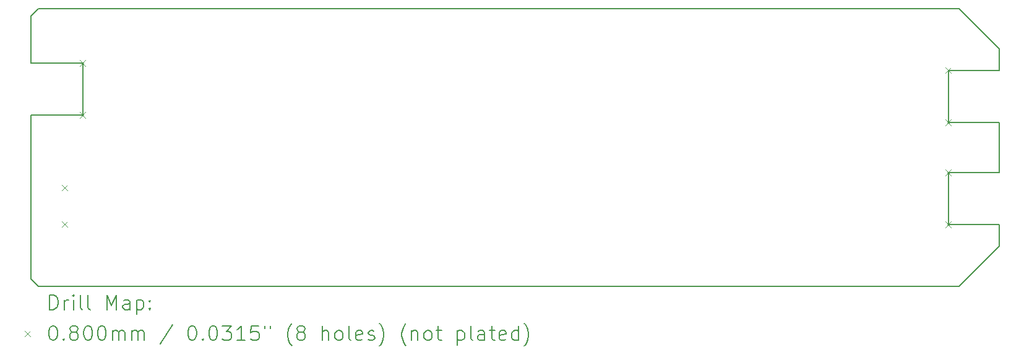
<source format=gbr>
%TF.GenerationSoftware,KiCad,Pcbnew,7.99.0-4156-g4770532511*%
%TF.CreationDate,2024-01-07T23:04:21-05:00*%
%TF.ProjectId,emfi,656d6669-2e6b-4696-9361-645f70636258,0.1*%
%TF.SameCoordinates,Original*%
%TF.FileFunction,Drillmap*%
%TF.FilePolarity,Positive*%
%FSLAX45Y45*%
G04 Gerber Fmt 4.5, Leading zero omitted, Abs format (unit mm)*
G04 Created by KiCad (PCBNEW 7.99.0-4156-g4770532511) date 2024-01-07 23:04:21*
%MOMM*%
%LPD*%
G01*
G04 APERTURE LIST*
%ADD10C,0.150000*%
%ADD11C,0.200000*%
%ADD12C,0.100000*%
G04 APERTURE END LIST*
D10*
X17550000Y-3350000D02*
X17000000Y-2800000D01*
X17000000Y-2800000D02*
X4400000Y-2800000D01*
X17550000Y-5756000D02*
X16850000Y-5756000D01*
X16850000Y-5044000D02*
X17550000Y-5044000D01*
X16850000Y-5756000D02*
X16850000Y-5044000D01*
X17550000Y-5044000D02*
X17550000Y-4356000D01*
X16850000Y-4356000D02*
X16850000Y-3644000D01*
X4300000Y-2900000D02*
X4400000Y-2800000D01*
X5005000Y-4256000D02*
X4300000Y-4256000D01*
X17550000Y-6050000D02*
X17000000Y-6600000D01*
X4400000Y-6600000D02*
X4300000Y-6500000D01*
X5005000Y-3544000D02*
X5005000Y-4256000D01*
X17550000Y-3644000D02*
X17550000Y-3350000D01*
X16850000Y-3644000D02*
X17550000Y-3644000D01*
X17000000Y-6600000D02*
X4400000Y-6600000D01*
X17550000Y-4356000D02*
X16850000Y-4356000D01*
X5005000Y-3544000D02*
X4300000Y-3544000D01*
X4300000Y-2900000D02*
X4300000Y-3544000D01*
X17550000Y-5756000D02*
X17550000Y-6050000D01*
X4300000Y-6500000D02*
X4300000Y-4256000D01*
D11*
D12*
X4720000Y-5210000D02*
X4800000Y-5290000D01*
X4800000Y-5210000D02*
X4720000Y-5290000D01*
X4720000Y-5710000D02*
X4800000Y-5790000D01*
X4800000Y-5710000D02*
X4720000Y-5790000D01*
X4965000Y-3504000D02*
X5045000Y-3584000D01*
X5045000Y-3504000D02*
X4965000Y-3584000D01*
X4965000Y-4216000D02*
X5045000Y-4296000D01*
X5045000Y-4216000D02*
X4965000Y-4296000D01*
X16810000Y-3604000D02*
X16890000Y-3684000D01*
X16890000Y-3604000D02*
X16810000Y-3684000D01*
X16810000Y-4316000D02*
X16890000Y-4396000D01*
X16890000Y-4316000D02*
X16810000Y-4396000D01*
X16810000Y-5004000D02*
X16890000Y-5084000D01*
X16890000Y-5004000D02*
X16810000Y-5084000D01*
X16810000Y-5716000D02*
X16890000Y-5796000D01*
X16890000Y-5716000D02*
X16810000Y-5796000D01*
D11*
X4553277Y-6918984D02*
X4553277Y-6718984D01*
X4553277Y-6718984D02*
X4600896Y-6718984D01*
X4600896Y-6718984D02*
X4629467Y-6728508D01*
X4629467Y-6728508D02*
X4648515Y-6747555D01*
X4648515Y-6747555D02*
X4658039Y-6766603D01*
X4658039Y-6766603D02*
X4667563Y-6804698D01*
X4667563Y-6804698D02*
X4667563Y-6833269D01*
X4667563Y-6833269D02*
X4658039Y-6871365D01*
X4658039Y-6871365D02*
X4648515Y-6890412D01*
X4648515Y-6890412D02*
X4629467Y-6909460D01*
X4629467Y-6909460D02*
X4600896Y-6918984D01*
X4600896Y-6918984D02*
X4553277Y-6918984D01*
X4753277Y-6918984D02*
X4753277Y-6785650D01*
X4753277Y-6823746D02*
X4762801Y-6804698D01*
X4762801Y-6804698D02*
X4772324Y-6795174D01*
X4772324Y-6795174D02*
X4791372Y-6785650D01*
X4791372Y-6785650D02*
X4810420Y-6785650D01*
X4877086Y-6918984D02*
X4877086Y-6785650D01*
X4877086Y-6718984D02*
X4867563Y-6728508D01*
X4867563Y-6728508D02*
X4877086Y-6738031D01*
X4877086Y-6738031D02*
X4886610Y-6728508D01*
X4886610Y-6728508D02*
X4877086Y-6718984D01*
X4877086Y-6718984D02*
X4877086Y-6738031D01*
X5000896Y-6918984D02*
X4981848Y-6909460D01*
X4981848Y-6909460D02*
X4972324Y-6890412D01*
X4972324Y-6890412D02*
X4972324Y-6718984D01*
X5105658Y-6918984D02*
X5086610Y-6909460D01*
X5086610Y-6909460D02*
X5077086Y-6890412D01*
X5077086Y-6890412D02*
X5077086Y-6718984D01*
X5334229Y-6918984D02*
X5334229Y-6718984D01*
X5334229Y-6718984D02*
X5400896Y-6861841D01*
X5400896Y-6861841D02*
X5467563Y-6718984D01*
X5467563Y-6718984D02*
X5467563Y-6918984D01*
X5648515Y-6918984D02*
X5648515Y-6814222D01*
X5648515Y-6814222D02*
X5638991Y-6795174D01*
X5638991Y-6795174D02*
X5619943Y-6785650D01*
X5619943Y-6785650D02*
X5581848Y-6785650D01*
X5581848Y-6785650D02*
X5562801Y-6795174D01*
X5648515Y-6909460D02*
X5629467Y-6918984D01*
X5629467Y-6918984D02*
X5581848Y-6918984D01*
X5581848Y-6918984D02*
X5562801Y-6909460D01*
X5562801Y-6909460D02*
X5553277Y-6890412D01*
X5553277Y-6890412D02*
X5553277Y-6871365D01*
X5553277Y-6871365D02*
X5562801Y-6852317D01*
X5562801Y-6852317D02*
X5581848Y-6842793D01*
X5581848Y-6842793D02*
X5629467Y-6842793D01*
X5629467Y-6842793D02*
X5648515Y-6833269D01*
X5743753Y-6785650D02*
X5743753Y-6985650D01*
X5743753Y-6795174D02*
X5762801Y-6785650D01*
X5762801Y-6785650D02*
X5800896Y-6785650D01*
X5800896Y-6785650D02*
X5819943Y-6795174D01*
X5819943Y-6795174D02*
X5829467Y-6804698D01*
X5829467Y-6804698D02*
X5838991Y-6823746D01*
X5838991Y-6823746D02*
X5838991Y-6880888D01*
X5838991Y-6880888D02*
X5829467Y-6899936D01*
X5829467Y-6899936D02*
X5819943Y-6909460D01*
X5819943Y-6909460D02*
X5800896Y-6918984D01*
X5800896Y-6918984D02*
X5762801Y-6918984D01*
X5762801Y-6918984D02*
X5743753Y-6909460D01*
X5924705Y-6899936D02*
X5934229Y-6909460D01*
X5934229Y-6909460D02*
X5924705Y-6918984D01*
X5924705Y-6918984D02*
X5915182Y-6909460D01*
X5915182Y-6909460D02*
X5924705Y-6899936D01*
X5924705Y-6899936D02*
X5924705Y-6918984D01*
X5924705Y-6795174D02*
X5934229Y-6804698D01*
X5934229Y-6804698D02*
X5924705Y-6814222D01*
X5924705Y-6814222D02*
X5915182Y-6804698D01*
X5915182Y-6804698D02*
X5924705Y-6795174D01*
X5924705Y-6795174D02*
X5924705Y-6814222D01*
D12*
X4212500Y-7207500D02*
X4292500Y-7287500D01*
X4292500Y-7207500D02*
X4212500Y-7287500D01*
D11*
X4591372Y-7138984D02*
X4610420Y-7138984D01*
X4610420Y-7138984D02*
X4629467Y-7148508D01*
X4629467Y-7148508D02*
X4638991Y-7158031D01*
X4638991Y-7158031D02*
X4648515Y-7177079D01*
X4648515Y-7177079D02*
X4658039Y-7215174D01*
X4658039Y-7215174D02*
X4658039Y-7262793D01*
X4658039Y-7262793D02*
X4648515Y-7300888D01*
X4648515Y-7300888D02*
X4638991Y-7319936D01*
X4638991Y-7319936D02*
X4629467Y-7329460D01*
X4629467Y-7329460D02*
X4610420Y-7338984D01*
X4610420Y-7338984D02*
X4591372Y-7338984D01*
X4591372Y-7338984D02*
X4572324Y-7329460D01*
X4572324Y-7329460D02*
X4562801Y-7319936D01*
X4562801Y-7319936D02*
X4553277Y-7300888D01*
X4553277Y-7300888D02*
X4543753Y-7262793D01*
X4543753Y-7262793D02*
X4543753Y-7215174D01*
X4543753Y-7215174D02*
X4553277Y-7177079D01*
X4553277Y-7177079D02*
X4562801Y-7158031D01*
X4562801Y-7158031D02*
X4572324Y-7148508D01*
X4572324Y-7148508D02*
X4591372Y-7138984D01*
X4743753Y-7319936D02*
X4753277Y-7329460D01*
X4753277Y-7329460D02*
X4743753Y-7338984D01*
X4743753Y-7338984D02*
X4734229Y-7329460D01*
X4734229Y-7329460D02*
X4743753Y-7319936D01*
X4743753Y-7319936D02*
X4743753Y-7338984D01*
X4867563Y-7224698D02*
X4848515Y-7215174D01*
X4848515Y-7215174D02*
X4838991Y-7205650D01*
X4838991Y-7205650D02*
X4829467Y-7186603D01*
X4829467Y-7186603D02*
X4829467Y-7177079D01*
X4829467Y-7177079D02*
X4838991Y-7158031D01*
X4838991Y-7158031D02*
X4848515Y-7148508D01*
X4848515Y-7148508D02*
X4867563Y-7138984D01*
X4867563Y-7138984D02*
X4905658Y-7138984D01*
X4905658Y-7138984D02*
X4924705Y-7148508D01*
X4924705Y-7148508D02*
X4934229Y-7158031D01*
X4934229Y-7158031D02*
X4943753Y-7177079D01*
X4943753Y-7177079D02*
X4943753Y-7186603D01*
X4943753Y-7186603D02*
X4934229Y-7205650D01*
X4934229Y-7205650D02*
X4924705Y-7215174D01*
X4924705Y-7215174D02*
X4905658Y-7224698D01*
X4905658Y-7224698D02*
X4867563Y-7224698D01*
X4867563Y-7224698D02*
X4848515Y-7234222D01*
X4848515Y-7234222D02*
X4838991Y-7243746D01*
X4838991Y-7243746D02*
X4829467Y-7262793D01*
X4829467Y-7262793D02*
X4829467Y-7300888D01*
X4829467Y-7300888D02*
X4838991Y-7319936D01*
X4838991Y-7319936D02*
X4848515Y-7329460D01*
X4848515Y-7329460D02*
X4867563Y-7338984D01*
X4867563Y-7338984D02*
X4905658Y-7338984D01*
X4905658Y-7338984D02*
X4924705Y-7329460D01*
X4924705Y-7329460D02*
X4934229Y-7319936D01*
X4934229Y-7319936D02*
X4943753Y-7300888D01*
X4943753Y-7300888D02*
X4943753Y-7262793D01*
X4943753Y-7262793D02*
X4934229Y-7243746D01*
X4934229Y-7243746D02*
X4924705Y-7234222D01*
X4924705Y-7234222D02*
X4905658Y-7224698D01*
X5067563Y-7138984D02*
X5086610Y-7138984D01*
X5086610Y-7138984D02*
X5105658Y-7148508D01*
X5105658Y-7148508D02*
X5115182Y-7158031D01*
X5115182Y-7158031D02*
X5124705Y-7177079D01*
X5124705Y-7177079D02*
X5134229Y-7215174D01*
X5134229Y-7215174D02*
X5134229Y-7262793D01*
X5134229Y-7262793D02*
X5124705Y-7300888D01*
X5124705Y-7300888D02*
X5115182Y-7319936D01*
X5115182Y-7319936D02*
X5105658Y-7329460D01*
X5105658Y-7329460D02*
X5086610Y-7338984D01*
X5086610Y-7338984D02*
X5067563Y-7338984D01*
X5067563Y-7338984D02*
X5048515Y-7329460D01*
X5048515Y-7329460D02*
X5038991Y-7319936D01*
X5038991Y-7319936D02*
X5029467Y-7300888D01*
X5029467Y-7300888D02*
X5019944Y-7262793D01*
X5019944Y-7262793D02*
X5019944Y-7215174D01*
X5019944Y-7215174D02*
X5029467Y-7177079D01*
X5029467Y-7177079D02*
X5038991Y-7158031D01*
X5038991Y-7158031D02*
X5048515Y-7148508D01*
X5048515Y-7148508D02*
X5067563Y-7138984D01*
X5258039Y-7138984D02*
X5277086Y-7138984D01*
X5277086Y-7138984D02*
X5296134Y-7148508D01*
X5296134Y-7148508D02*
X5305658Y-7158031D01*
X5305658Y-7158031D02*
X5315182Y-7177079D01*
X5315182Y-7177079D02*
X5324705Y-7215174D01*
X5324705Y-7215174D02*
X5324705Y-7262793D01*
X5324705Y-7262793D02*
X5315182Y-7300888D01*
X5315182Y-7300888D02*
X5305658Y-7319936D01*
X5305658Y-7319936D02*
X5296134Y-7329460D01*
X5296134Y-7329460D02*
X5277086Y-7338984D01*
X5277086Y-7338984D02*
X5258039Y-7338984D01*
X5258039Y-7338984D02*
X5238991Y-7329460D01*
X5238991Y-7329460D02*
X5229467Y-7319936D01*
X5229467Y-7319936D02*
X5219944Y-7300888D01*
X5219944Y-7300888D02*
X5210420Y-7262793D01*
X5210420Y-7262793D02*
X5210420Y-7215174D01*
X5210420Y-7215174D02*
X5219944Y-7177079D01*
X5219944Y-7177079D02*
X5229467Y-7158031D01*
X5229467Y-7158031D02*
X5238991Y-7148508D01*
X5238991Y-7148508D02*
X5258039Y-7138984D01*
X5410420Y-7338984D02*
X5410420Y-7205650D01*
X5410420Y-7224698D02*
X5419944Y-7215174D01*
X5419944Y-7215174D02*
X5438991Y-7205650D01*
X5438991Y-7205650D02*
X5467563Y-7205650D01*
X5467563Y-7205650D02*
X5486610Y-7215174D01*
X5486610Y-7215174D02*
X5496134Y-7234222D01*
X5496134Y-7234222D02*
X5496134Y-7338984D01*
X5496134Y-7234222D02*
X5505658Y-7215174D01*
X5505658Y-7215174D02*
X5524705Y-7205650D01*
X5524705Y-7205650D02*
X5553277Y-7205650D01*
X5553277Y-7205650D02*
X5572325Y-7215174D01*
X5572325Y-7215174D02*
X5581848Y-7234222D01*
X5581848Y-7234222D02*
X5581848Y-7338984D01*
X5677086Y-7338984D02*
X5677086Y-7205650D01*
X5677086Y-7224698D02*
X5686610Y-7215174D01*
X5686610Y-7215174D02*
X5705658Y-7205650D01*
X5705658Y-7205650D02*
X5734229Y-7205650D01*
X5734229Y-7205650D02*
X5753277Y-7215174D01*
X5753277Y-7215174D02*
X5762801Y-7234222D01*
X5762801Y-7234222D02*
X5762801Y-7338984D01*
X5762801Y-7234222D02*
X5772324Y-7215174D01*
X5772324Y-7215174D02*
X5791372Y-7205650D01*
X5791372Y-7205650D02*
X5819943Y-7205650D01*
X5819943Y-7205650D02*
X5838991Y-7215174D01*
X5838991Y-7215174D02*
X5848515Y-7234222D01*
X5848515Y-7234222D02*
X5848515Y-7338984D01*
X6238991Y-7129460D02*
X6067563Y-7386603D01*
X6496134Y-7138984D02*
X6515182Y-7138984D01*
X6515182Y-7138984D02*
X6534229Y-7148508D01*
X6534229Y-7148508D02*
X6543753Y-7158031D01*
X6543753Y-7158031D02*
X6553277Y-7177079D01*
X6553277Y-7177079D02*
X6562801Y-7215174D01*
X6562801Y-7215174D02*
X6562801Y-7262793D01*
X6562801Y-7262793D02*
X6553277Y-7300888D01*
X6553277Y-7300888D02*
X6543753Y-7319936D01*
X6543753Y-7319936D02*
X6534229Y-7329460D01*
X6534229Y-7329460D02*
X6515182Y-7338984D01*
X6515182Y-7338984D02*
X6496134Y-7338984D01*
X6496134Y-7338984D02*
X6477086Y-7329460D01*
X6477086Y-7329460D02*
X6467563Y-7319936D01*
X6467563Y-7319936D02*
X6458039Y-7300888D01*
X6458039Y-7300888D02*
X6448515Y-7262793D01*
X6448515Y-7262793D02*
X6448515Y-7215174D01*
X6448515Y-7215174D02*
X6458039Y-7177079D01*
X6458039Y-7177079D02*
X6467563Y-7158031D01*
X6467563Y-7158031D02*
X6477086Y-7148508D01*
X6477086Y-7148508D02*
X6496134Y-7138984D01*
X6648515Y-7319936D02*
X6658039Y-7329460D01*
X6658039Y-7329460D02*
X6648515Y-7338984D01*
X6648515Y-7338984D02*
X6638991Y-7329460D01*
X6638991Y-7329460D02*
X6648515Y-7319936D01*
X6648515Y-7319936D02*
X6648515Y-7338984D01*
X6781848Y-7138984D02*
X6800896Y-7138984D01*
X6800896Y-7138984D02*
X6819944Y-7148508D01*
X6819944Y-7148508D02*
X6829467Y-7158031D01*
X6829467Y-7158031D02*
X6838991Y-7177079D01*
X6838991Y-7177079D02*
X6848515Y-7215174D01*
X6848515Y-7215174D02*
X6848515Y-7262793D01*
X6848515Y-7262793D02*
X6838991Y-7300888D01*
X6838991Y-7300888D02*
X6829467Y-7319936D01*
X6829467Y-7319936D02*
X6819944Y-7329460D01*
X6819944Y-7329460D02*
X6800896Y-7338984D01*
X6800896Y-7338984D02*
X6781848Y-7338984D01*
X6781848Y-7338984D02*
X6762801Y-7329460D01*
X6762801Y-7329460D02*
X6753277Y-7319936D01*
X6753277Y-7319936D02*
X6743753Y-7300888D01*
X6743753Y-7300888D02*
X6734229Y-7262793D01*
X6734229Y-7262793D02*
X6734229Y-7215174D01*
X6734229Y-7215174D02*
X6743753Y-7177079D01*
X6743753Y-7177079D02*
X6753277Y-7158031D01*
X6753277Y-7158031D02*
X6762801Y-7148508D01*
X6762801Y-7148508D02*
X6781848Y-7138984D01*
X6915182Y-7138984D02*
X7038991Y-7138984D01*
X7038991Y-7138984D02*
X6972325Y-7215174D01*
X6972325Y-7215174D02*
X7000896Y-7215174D01*
X7000896Y-7215174D02*
X7019944Y-7224698D01*
X7019944Y-7224698D02*
X7029467Y-7234222D01*
X7029467Y-7234222D02*
X7038991Y-7253269D01*
X7038991Y-7253269D02*
X7038991Y-7300888D01*
X7038991Y-7300888D02*
X7029467Y-7319936D01*
X7029467Y-7319936D02*
X7019944Y-7329460D01*
X7019944Y-7329460D02*
X7000896Y-7338984D01*
X7000896Y-7338984D02*
X6943753Y-7338984D01*
X6943753Y-7338984D02*
X6924706Y-7329460D01*
X6924706Y-7329460D02*
X6915182Y-7319936D01*
X7229467Y-7338984D02*
X7115182Y-7338984D01*
X7172325Y-7338984D02*
X7172325Y-7138984D01*
X7172325Y-7138984D02*
X7153277Y-7167555D01*
X7153277Y-7167555D02*
X7134229Y-7186603D01*
X7134229Y-7186603D02*
X7115182Y-7196127D01*
X7410420Y-7138984D02*
X7315182Y-7138984D01*
X7315182Y-7138984D02*
X7305658Y-7234222D01*
X7305658Y-7234222D02*
X7315182Y-7224698D01*
X7315182Y-7224698D02*
X7334229Y-7215174D01*
X7334229Y-7215174D02*
X7381848Y-7215174D01*
X7381848Y-7215174D02*
X7400896Y-7224698D01*
X7400896Y-7224698D02*
X7410420Y-7234222D01*
X7410420Y-7234222D02*
X7419944Y-7253269D01*
X7419944Y-7253269D02*
X7419944Y-7300888D01*
X7419944Y-7300888D02*
X7410420Y-7319936D01*
X7410420Y-7319936D02*
X7400896Y-7329460D01*
X7400896Y-7329460D02*
X7381848Y-7338984D01*
X7381848Y-7338984D02*
X7334229Y-7338984D01*
X7334229Y-7338984D02*
X7315182Y-7329460D01*
X7315182Y-7329460D02*
X7305658Y-7319936D01*
X7496134Y-7138984D02*
X7496134Y-7177079D01*
X7572325Y-7138984D02*
X7572325Y-7177079D01*
X7867563Y-7415174D02*
X7858039Y-7405650D01*
X7858039Y-7405650D02*
X7838991Y-7377079D01*
X7838991Y-7377079D02*
X7829468Y-7358031D01*
X7829468Y-7358031D02*
X7819944Y-7329460D01*
X7819944Y-7329460D02*
X7810420Y-7281841D01*
X7810420Y-7281841D02*
X7810420Y-7243746D01*
X7810420Y-7243746D02*
X7819944Y-7196127D01*
X7819944Y-7196127D02*
X7829468Y-7167555D01*
X7829468Y-7167555D02*
X7838991Y-7148508D01*
X7838991Y-7148508D02*
X7858039Y-7119936D01*
X7858039Y-7119936D02*
X7867563Y-7110412D01*
X7972325Y-7224698D02*
X7953277Y-7215174D01*
X7953277Y-7215174D02*
X7943753Y-7205650D01*
X7943753Y-7205650D02*
X7934229Y-7186603D01*
X7934229Y-7186603D02*
X7934229Y-7177079D01*
X7934229Y-7177079D02*
X7943753Y-7158031D01*
X7943753Y-7158031D02*
X7953277Y-7148508D01*
X7953277Y-7148508D02*
X7972325Y-7138984D01*
X7972325Y-7138984D02*
X8010420Y-7138984D01*
X8010420Y-7138984D02*
X8029468Y-7148508D01*
X8029468Y-7148508D02*
X8038991Y-7158031D01*
X8038991Y-7158031D02*
X8048515Y-7177079D01*
X8048515Y-7177079D02*
X8048515Y-7186603D01*
X8048515Y-7186603D02*
X8038991Y-7205650D01*
X8038991Y-7205650D02*
X8029468Y-7215174D01*
X8029468Y-7215174D02*
X8010420Y-7224698D01*
X8010420Y-7224698D02*
X7972325Y-7224698D01*
X7972325Y-7224698D02*
X7953277Y-7234222D01*
X7953277Y-7234222D02*
X7943753Y-7243746D01*
X7943753Y-7243746D02*
X7934229Y-7262793D01*
X7934229Y-7262793D02*
X7934229Y-7300888D01*
X7934229Y-7300888D02*
X7943753Y-7319936D01*
X7943753Y-7319936D02*
X7953277Y-7329460D01*
X7953277Y-7329460D02*
X7972325Y-7338984D01*
X7972325Y-7338984D02*
X8010420Y-7338984D01*
X8010420Y-7338984D02*
X8029468Y-7329460D01*
X8029468Y-7329460D02*
X8038991Y-7319936D01*
X8038991Y-7319936D02*
X8048515Y-7300888D01*
X8048515Y-7300888D02*
X8048515Y-7262793D01*
X8048515Y-7262793D02*
X8038991Y-7243746D01*
X8038991Y-7243746D02*
X8029468Y-7234222D01*
X8029468Y-7234222D02*
X8010420Y-7224698D01*
X8286610Y-7338984D02*
X8286610Y-7138984D01*
X8372325Y-7338984D02*
X8372325Y-7234222D01*
X8372325Y-7234222D02*
X8362801Y-7215174D01*
X8362801Y-7215174D02*
X8343753Y-7205650D01*
X8343753Y-7205650D02*
X8315182Y-7205650D01*
X8315182Y-7205650D02*
X8296134Y-7215174D01*
X8296134Y-7215174D02*
X8286610Y-7224698D01*
X8496134Y-7338984D02*
X8477087Y-7329460D01*
X8477087Y-7329460D02*
X8467563Y-7319936D01*
X8467563Y-7319936D02*
X8458039Y-7300888D01*
X8458039Y-7300888D02*
X8458039Y-7243746D01*
X8458039Y-7243746D02*
X8467563Y-7224698D01*
X8467563Y-7224698D02*
X8477087Y-7215174D01*
X8477087Y-7215174D02*
X8496134Y-7205650D01*
X8496134Y-7205650D02*
X8524706Y-7205650D01*
X8524706Y-7205650D02*
X8543753Y-7215174D01*
X8543753Y-7215174D02*
X8553277Y-7224698D01*
X8553277Y-7224698D02*
X8562801Y-7243746D01*
X8562801Y-7243746D02*
X8562801Y-7300888D01*
X8562801Y-7300888D02*
X8553277Y-7319936D01*
X8553277Y-7319936D02*
X8543753Y-7329460D01*
X8543753Y-7329460D02*
X8524706Y-7338984D01*
X8524706Y-7338984D02*
X8496134Y-7338984D01*
X8677087Y-7338984D02*
X8658039Y-7329460D01*
X8658039Y-7329460D02*
X8648515Y-7310412D01*
X8648515Y-7310412D02*
X8648515Y-7138984D01*
X8829468Y-7329460D02*
X8810420Y-7338984D01*
X8810420Y-7338984D02*
X8772325Y-7338984D01*
X8772325Y-7338984D02*
X8753277Y-7329460D01*
X8753277Y-7329460D02*
X8743753Y-7310412D01*
X8743753Y-7310412D02*
X8743753Y-7234222D01*
X8743753Y-7234222D02*
X8753277Y-7215174D01*
X8753277Y-7215174D02*
X8772325Y-7205650D01*
X8772325Y-7205650D02*
X8810420Y-7205650D01*
X8810420Y-7205650D02*
X8829468Y-7215174D01*
X8829468Y-7215174D02*
X8838992Y-7234222D01*
X8838992Y-7234222D02*
X8838992Y-7253269D01*
X8838992Y-7253269D02*
X8743753Y-7272317D01*
X8915182Y-7329460D02*
X8934230Y-7338984D01*
X8934230Y-7338984D02*
X8972325Y-7338984D01*
X8972325Y-7338984D02*
X8991373Y-7329460D01*
X8991373Y-7329460D02*
X9000896Y-7310412D01*
X9000896Y-7310412D02*
X9000896Y-7300888D01*
X9000896Y-7300888D02*
X8991373Y-7281841D01*
X8991373Y-7281841D02*
X8972325Y-7272317D01*
X8972325Y-7272317D02*
X8943753Y-7272317D01*
X8943753Y-7272317D02*
X8924706Y-7262793D01*
X8924706Y-7262793D02*
X8915182Y-7243746D01*
X8915182Y-7243746D02*
X8915182Y-7234222D01*
X8915182Y-7234222D02*
X8924706Y-7215174D01*
X8924706Y-7215174D02*
X8943753Y-7205650D01*
X8943753Y-7205650D02*
X8972325Y-7205650D01*
X8972325Y-7205650D02*
X8991373Y-7215174D01*
X9067563Y-7415174D02*
X9077087Y-7405650D01*
X9077087Y-7405650D02*
X9096134Y-7377079D01*
X9096134Y-7377079D02*
X9105658Y-7358031D01*
X9105658Y-7358031D02*
X9115182Y-7329460D01*
X9115182Y-7329460D02*
X9124706Y-7281841D01*
X9124706Y-7281841D02*
X9124706Y-7243746D01*
X9124706Y-7243746D02*
X9115182Y-7196127D01*
X9115182Y-7196127D02*
X9105658Y-7167555D01*
X9105658Y-7167555D02*
X9096134Y-7148508D01*
X9096134Y-7148508D02*
X9077087Y-7119936D01*
X9077087Y-7119936D02*
X9067563Y-7110412D01*
X9429468Y-7415174D02*
X9419944Y-7405650D01*
X9419944Y-7405650D02*
X9400896Y-7377079D01*
X9400896Y-7377079D02*
X9391373Y-7358031D01*
X9391373Y-7358031D02*
X9381849Y-7329460D01*
X9381849Y-7329460D02*
X9372325Y-7281841D01*
X9372325Y-7281841D02*
X9372325Y-7243746D01*
X9372325Y-7243746D02*
X9381849Y-7196127D01*
X9381849Y-7196127D02*
X9391373Y-7167555D01*
X9391373Y-7167555D02*
X9400896Y-7148508D01*
X9400896Y-7148508D02*
X9419944Y-7119936D01*
X9419944Y-7119936D02*
X9429468Y-7110412D01*
X9505658Y-7205650D02*
X9505658Y-7338984D01*
X9505658Y-7224698D02*
X9515182Y-7215174D01*
X9515182Y-7215174D02*
X9534230Y-7205650D01*
X9534230Y-7205650D02*
X9562801Y-7205650D01*
X9562801Y-7205650D02*
X9581849Y-7215174D01*
X9581849Y-7215174D02*
X9591373Y-7234222D01*
X9591373Y-7234222D02*
X9591373Y-7338984D01*
X9715182Y-7338984D02*
X9696134Y-7329460D01*
X9696134Y-7329460D02*
X9686611Y-7319936D01*
X9686611Y-7319936D02*
X9677087Y-7300888D01*
X9677087Y-7300888D02*
X9677087Y-7243746D01*
X9677087Y-7243746D02*
X9686611Y-7224698D01*
X9686611Y-7224698D02*
X9696134Y-7215174D01*
X9696134Y-7215174D02*
X9715182Y-7205650D01*
X9715182Y-7205650D02*
X9743754Y-7205650D01*
X9743754Y-7205650D02*
X9762801Y-7215174D01*
X9762801Y-7215174D02*
X9772325Y-7224698D01*
X9772325Y-7224698D02*
X9781849Y-7243746D01*
X9781849Y-7243746D02*
X9781849Y-7300888D01*
X9781849Y-7300888D02*
X9772325Y-7319936D01*
X9772325Y-7319936D02*
X9762801Y-7329460D01*
X9762801Y-7329460D02*
X9743754Y-7338984D01*
X9743754Y-7338984D02*
X9715182Y-7338984D01*
X9838992Y-7205650D02*
X9915182Y-7205650D01*
X9867563Y-7138984D02*
X9867563Y-7310412D01*
X9867563Y-7310412D02*
X9877087Y-7329460D01*
X9877087Y-7329460D02*
X9896134Y-7338984D01*
X9896134Y-7338984D02*
X9915182Y-7338984D01*
X10134230Y-7205650D02*
X10134230Y-7405650D01*
X10134230Y-7215174D02*
X10153277Y-7205650D01*
X10153277Y-7205650D02*
X10191373Y-7205650D01*
X10191373Y-7205650D02*
X10210420Y-7215174D01*
X10210420Y-7215174D02*
X10219944Y-7224698D01*
X10219944Y-7224698D02*
X10229468Y-7243746D01*
X10229468Y-7243746D02*
X10229468Y-7300888D01*
X10229468Y-7300888D02*
X10219944Y-7319936D01*
X10219944Y-7319936D02*
X10210420Y-7329460D01*
X10210420Y-7329460D02*
X10191373Y-7338984D01*
X10191373Y-7338984D02*
X10153277Y-7338984D01*
X10153277Y-7338984D02*
X10134230Y-7329460D01*
X10343754Y-7338984D02*
X10324706Y-7329460D01*
X10324706Y-7329460D02*
X10315182Y-7310412D01*
X10315182Y-7310412D02*
X10315182Y-7138984D01*
X10505658Y-7338984D02*
X10505658Y-7234222D01*
X10505658Y-7234222D02*
X10496135Y-7215174D01*
X10496135Y-7215174D02*
X10477087Y-7205650D01*
X10477087Y-7205650D02*
X10438992Y-7205650D01*
X10438992Y-7205650D02*
X10419944Y-7215174D01*
X10505658Y-7329460D02*
X10486611Y-7338984D01*
X10486611Y-7338984D02*
X10438992Y-7338984D01*
X10438992Y-7338984D02*
X10419944Y-7329460D01*
X10419944Y-7329460D02*
X10410420Y-7310412D01*
X10410420Y-7310412D02*
X10410420Y-7291365D01*
X10410420Y-7291365D02*
X10419944Y-7272317D01*
X10419944Y-7272317D02*
X10438992Y-7262793D01*
X10438992Y-7262793D02*
X10486611Y-7262793D01*
X10486611Y-7262793D02*
X10505658Y-7253269D01*
X10572325Y-7205650D02*
X10648515Y-7205650D01*
X10600896Y-7138984D02*
X10600896Y-7310412D01*
X10600896Y-7310412D02*
X10610420Y-7329460D01*
X10610420Y-7329460D02*
X10629468Y-7338984D01*
X10629468Y-7338984D02*
X10648515Y-7338984D01*
X10791373Y-7329460D02*
X10772325Y-7338984D01*
X10772325Y-7338984D02*
X10734230Y-7338984D01*
X10734230Y-7338984D02*
X10715182Y-7329460D01*
X10715182Y-7329460D02*
X10705658Y-7310412D01*
X10705658Y-7310412D02*
X10705658Y-7234222D01*
X10705658Y-7234222D02*
X10715182Y-7215174D01*
X10715182Y-7215174D02*
X10734230Y-7205650D01*
X10734230Y-7205650D02*
X10772325Y-7205650D01*
X10772325Y-7205650D02*
X10791373Y-7215174D01*
X10791373Y-7215174D02*
X10800896Y-7234222D01*
X10800896Y-7234222D02*
X10800896Y-7253269D01*
X10800896Y-7253269D02*
X10705658Y-7272317D01*
X10972325Y-7338984D02*
X10972325Y-7138984D01*
X10972325Y-7329460D02*
X10953277Y-7338984D01*
X10953277Y-7338984D02*
X10915182Y-7338984D01*
X10915182Y-7338984D02*
X10896135Y-7329460D01*
X10896135Y-7329460D02*
X10886611Y-7319936D01*
X10886611Y-7319936D02*
X10877087Y-7300888D01*
X10877087Y-7300888D02*
X10877087Y-7243746D01*
X10877087Y-7243746D02*
X10886611Y-7224698D01*
X10886611Y-7224698D02*
X10896135Y-7215174D01*
X10896135Y-7215174D02*
X10915182Y-7205650D01*
X10915182Y-7205650D02*
X10953277Y-7205650D01*
X10953277Y-7205650D02*
X10972325Y-7215174D01*
X11048516Y-7415174D02*
X11058039Y-7405650D01*
X11058039Y-7405650D02*
X11077087Y-7377079D01*
X11077087Y-7377079D02*
X11086611Y-7358031D01*
X11086611Y-7358031D02*
X11096135Y-7329460D01*
X11096135Y-7329460D02*
X11105658Y-7281841D01*
X11105658Y-7281841D02*
X11105658Y-7243746D01*
X11105658Y-7243746D02*
X11096135Y-7196127D01*
X11096135Y-7196127D02*
X11086611Y-7167555D01*
X11086611Y-7167555D02*
X11077087Y-7148508D01*
X11077087Y-7148508D02*
X11058039Y-7119936D01*
X11058039Y-7119936D02*
X11048516Y-7110412D01*
M02*

</source>
